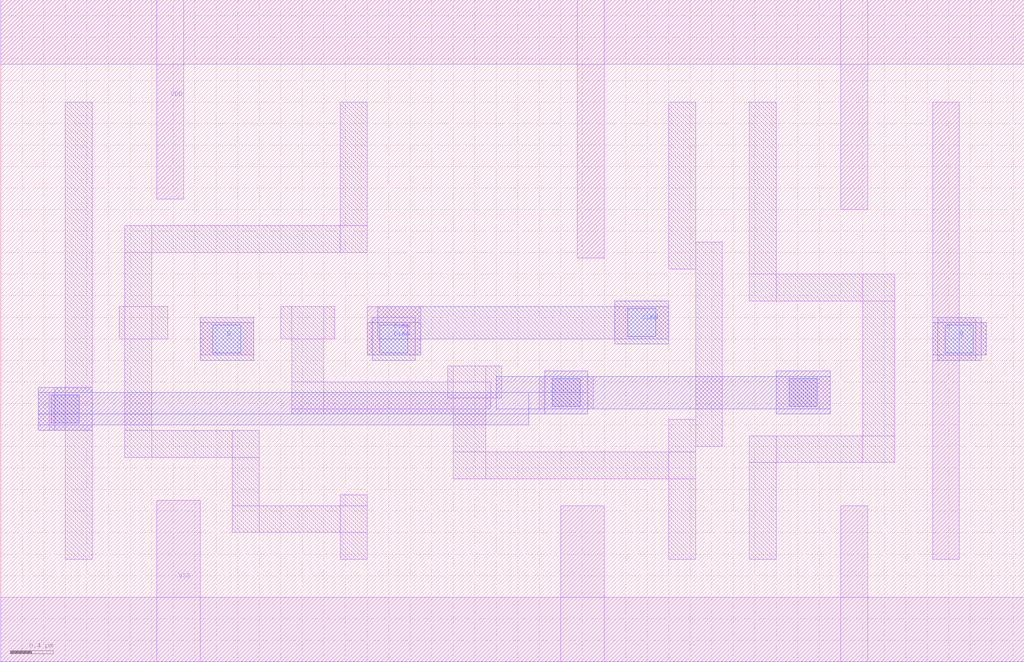
<source format=lef>
# Copyright 2022 Google LLC
# Licensed under the Apache License, Version 2.0 (the "License");
# you may not use this file except in compliance with the License.
# You may obtain a copy of the License at
#
#      http://www.apache.org/licenses/LICENSE-2.0
#
# Unless required by applicable law or agreed to in writing, software
# distributed under the License is distributed on an "AS IS" BASIS,
# WITHOUT WARRANTIES OR CONDITIONS OF ANY KIND, either express or implied.
# See the License for the specific language governing permissions and
# limitations under the License.
VERSION 5.7 ;
BUSBITCHARS "[]" ;
DIVIDERCHAR "/" ;

MACRO gf180mcu_osu_sc_9T_dlatn_1
  CLASS CORE ;
  ORIGIN 0 0 ;
  FOREIGN gf180mcu_osu_sc_9T_dlatn_1 0 0 ;
  SIZE 9.5 BY 6.15 ;
  SYMMETRY X Y ;
  SITE GF180_3p3_12t ;
  PIN VDD
    DIRECTION INOUT ;
    USE POWER ;
    SHAPE ABUTMENT ;
    PORT
      LAYER MET1 ;
        RECT 0 5.55 9.5 6.15 ;
        RECT 7.8 4.2 8.05 6.15 ;
        RECT 5.35 3.75 5.6 6.15 ;
        RECT 1.45 4.3 1.7 6.15 ;
    END
  END VDD
  PIN VSS
    DIRECTION INOUT ;
    USE GROUND ;
    PORT
      LAYER MET1 ;
        RECT 0 0 9.5 0.6 ;
        RECT 7.8 0 8.05 1.45 ;
        RECT 5.2 0 5.6 1.45 ;
        RECT 1.45 0 1.85 1.5 ;
    END
  END VSS
  PIN CLKN
    DIRECTION INPUT ;
    USE CLOCK ;
    PORT
      LAYER MET1 ;
        RECT 5.7 3 6.2 3.3 ;
        RECT 3.4 2.85 3.9 3.3 ;
      LAYER MET2 ;
        RECT 5.7 2.95 6.2 3.35 ;
        RECT 3.5 3 6.2 3.3 ;
        RECT 3.4 2.85 3.9 3.15 ;
        RECT 3.45 2.8 3.85 3.2 ;
      LAYER VIA12 ;
        RECT 3.52 2.87 3.78 3.13 ;
        RECT 5.82 3.02 6.08 3.28 ;
    END
  END CLKN
  PIN D
    DIRECTION INPUT ;
    USE SIGNAL ;
    PORT
      LAYER MET1 ;
        RECT 1.85 2.85 2.35 3.15 ;
      LAYER MET2 ;
        RECT 1.85 2.8 2.35 3.2 ;
      LAYER VIA12 ;
        RECT 1.97 2.87 2.23 3.13 ;
    END
  END D
  PIN Q
    DIRECTION OUTPUT ;
    USE SIGNAL ;
    PORT
      LAYER MET1 ;
        RECT 8.65 2.85 9.15 3.15 ;
        RECT 8.65 2.8 9.05 3.2 ;
        RECT 8.65 0.95 8.9 5.2 ;
      LAYER MET2 ;
        RECT 8.65 2.85 9.15 3.15 ;
        RECT 8.7 2.8 9.1 3.2 ;
      LAYER VIA12 ;
        RECT 8.77 2.87 9.03 3.13 ;
    END
  END Q
  OBS
    LAYER MET2 ;
      RECT 7.2 2.3 7.7 2.7 ;
      RECT 5.05 2.3 5.45 2.7 ;
      RECT 4.6 2.35 7.7 2.65 ;
      RECT 0.35 2.15 0.85 2.55 ;
      RECT 0.35 2.2 4.9 2.5 ;
      RECT 0.35 2.3 5.45 2.5 ;
    LAYER VIA12 ;
      RECT 7.32 2.37 7.58 2.63 ;
      RECT 5.12 2.37 5.38 2.63 ;
      RECT 0.47 2.22 0.73 2.48 ;
    LAYER MET1 ;
      RECT 6.95 3.35 7.2 5.2 ;
      RECT 6.95 3.35 8.3 3.6 ;
      RECT 8 1.85 8.3 3.6 ;
      RECT 6.95 1.85 8.3 2.1 ;
      RECT 6.95 0.95 7.2 2.1 ;
      RECT 6.2 3.65 6.45 5.2 ;
      RECT 6.45 2 6.7 3.9 ;
      RECT 2.6 3 3.1 3.3 ;
      RECT 2.7 2.3 3 3.3 ;
      RECT 4.15 2.45 4.65 2.75 ;
      RECT 2.7 2.3 4.5 2.6 ;
      RECT 2.7 2.35 4.55 2.6 ;
      RECT 4.2 1.7 4.5 2.75 ;
      RECT 6.2 0.95 6.45 2.25 ;
      RECT 4.2 1.7 6.45 1.95 ;
      RECT 3.15 3.8 3.4 5.2 ;
      RECT 1.15 3.8 3.4 4.05 ;
      RECT 1.15 1.9 1.4 4.05 ;
      RECT 1.1 3 1.55 3.3 ;
      RECT 1.15 1.9 2.4 2.15 ;
      RECT 2.15 1.2 2.4 2.15 ;
      RECT 3.15 0.95 3.4 1.55 ;
      RECT 2.15 1.2 3.4 1.45 ;
      RECT 0.6 0.95 0.85 5.2 ;
      RECT 0.5 2.15 0.85 2.55 ;
      RECT 0.35 2.2 0.85 2.5 ;
      RECT 0.45 2.15 0.85 2.5 ;
      RECT 7.2 2.35 7.7 2.65 ;
      RECT 5 2.35 5.5 2.65 ;
  END
END gf180mcu_osu_sc_9T_dlatn_1

</source>
